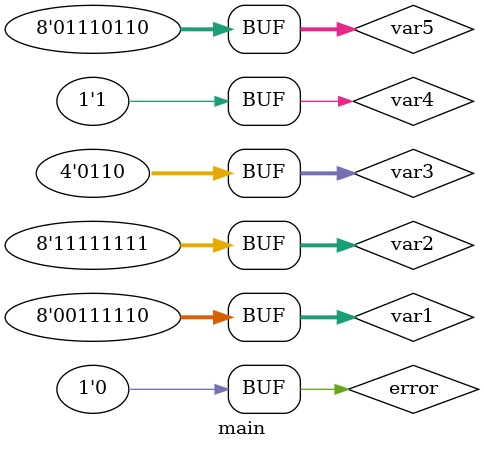
<source format=v>
module main;

reg [0:7] var1, var2;	// Note the obtuse bit ordering.
reg [3:0] var3;		// A more sane ordering on a nibble boundary...
reg var4;		// Single bit.
reg [2:9] var5;		// Use a non-alligned, reversed bit - still 8 bits
reg error;

initial
  begin
     // First verify that all the defined variables are x's.
     error = 0;
     if(var1 !== 8'hxx)
       begin
         $display("FAILED - sdw_stmt002 - var1 not 8'hxx");
          error = 1;
       end
     if(var2 !== 8'hxx)
       begin
         $display("FAILED -  sdw_stmt002 -var2 not 8'hxx");
          error = 1;
       end
     if(var3 !== 4'bx_xxx)
       begin
         $display("FAILED -  sdw_stmt002 -var3 not 4'hx");
          error = 1;
       end
     if(var4 !== 1'bx)
       begin
         $display("FAILED -  sdw_stmt002 -var4 not 1'bx");
          error = 1;
       end
     if(var5 !== 8'hxx)
       begin
         $display("FAILED -  sdw_stmt002 -var5 not 8'hxx");
          error = 1;
       end

     var1 = 8'b1001_0010;	// Do some binary bits
     var2 = 255;		// Fill it with decimal version of ff
     var3 = 4'hf;		// hex
     var4 = 0;
     var5 = 8'h99;		// Still 8 bits

     if(var1 != 8'h92)
       begin
         $display("FAILED - sdw_stmt002 - var1 not 8'h96");
          error = 1;
       end
     if(var2 != 8'hff)
       begin
         $display("FAILED -  sdw_stmt002 -var2 not 8'hff");
          error = 1;
       end
     if(var3 != 4'b1111)
       begin
         $display("FAILED -  sdw_stmt002 -var3 not 4'hf");
          error = 1;
       end
     if(var4 != 1'b0)
       begin
         $display("FAILED -  sdw_stmt002 -var4 not 1'b0");
          error = 1;
       end
     if(var5 != 8'h99)
       begin
         $display("FAILED -  sdw_stmt002 -var5 not 8'h99");
          error = 1;
       end

     // Next - assign sub-portion of vector
     var1 [3:6] = var3;

     if(var1 != 8'h9e)
       begin
         $display("FAILED -  sdw_stmt002 - subfield assign failed");
          error = 1;
       end

     var3 = 4'o11;	// Lets try octal now
     var4 = 1'b1;	// And set that bit to 1, it WAS 0
     var5 = 8'h66;	// Invert it

     if(var3 != 4'b1001)
       begin
         $display("FAILED -  sdw_stmt002 -var3 octal assign");
          error = 1;
       end
     if(var4 != 1'b1)
       begin
         $display("FAILED -  sdw_stmt002 -var4 not 1'b1");
          error = 1;
       end
     if(var5 != 8'h66)
       begin
         $display("FAILED -  sdw_stmt002 -var5 not 8'h66");
          error = 1;
       end

     // 9e, 9

     var3  = var1[4:7];		// Should be an 4'he
     var1[0:3] = var3[3:2];	// Now should give 8'hce

     if(var1 != 8'h3e)
       begin
         $display("FAILED - sdw_stmt002 - subfield assign(1) w/ 0 extension");
          error = 1;
       end
     if(var3 != 4'b1110)
       begin
         $display("FAILED -  sdw_stmt002 -subfield assign(2)");
          error = 1;
       end

     var3 = var5;		// 4 bit from 8 bit(4'h6)
     var5[5] = var4;		// Set var5 to 8'h76

     if(var3 != 4'h6)
       begin
         $display("FAILED -  sdw_stmt002 - 4bit from 8 bit assign");
          error = 1;
       end
     if(var5 != 8'h76)
       begin
         $display("FAILED -  sdw_stmt002 - single sub-bit assign ");
          error = 1;
       end

     if(error == 0)
       $display("PASSED");
  end

endmodule

</source>
